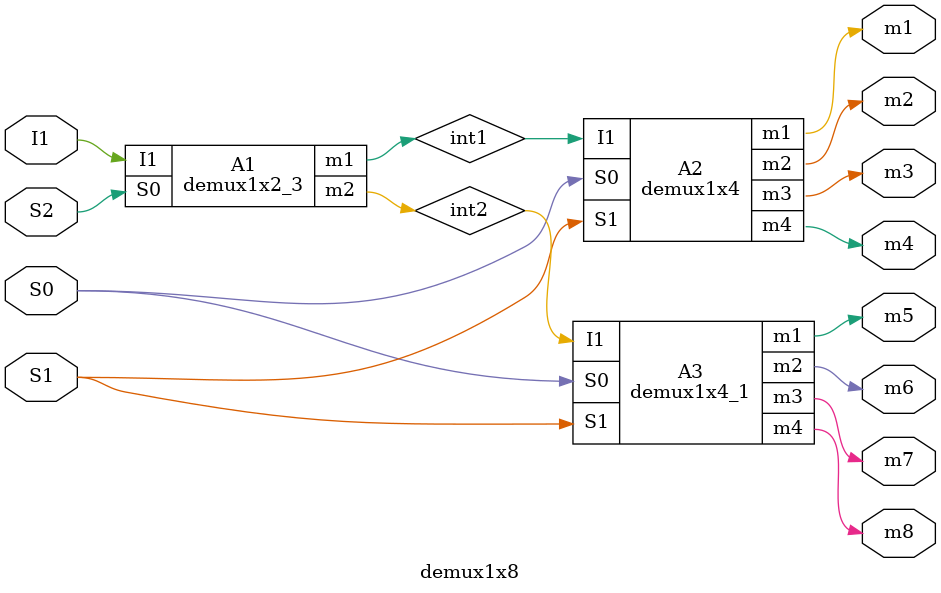
<source format=v>
/*
###############################################################
#  Generated by:      Cadence Innovus 16.21-s078_1
#  OS:                Linux x86_64(Host ID client02)
#  Generated on:      Sat Sep 14 00:53:14 2019
#  Design:            demux1x8
#  Command:           saveNetlist demux1x8-innovus-netlist.v
###############################################################
*/
// Generated by Cadence Genus(TM) Synthesis Solution 16.21-s018_1
// Generated on: Sep 12 2019 02:34:45 IST (Sep 11 2019 21:04:45 UTC)
// Verification Directory fv/demux1x8 
module demux1x2_3 (
	I1, 
	S0, 
	m1, 
	m2);
   input I1;
   input S0;
   output m1;
   output m2;

   NOR2BXL g17 (.AN(I1),
	.B(S0),
	.Y(m1));
   AND2X1 g18 (.A(S0),
	.B(I1),
	.Y(m2));
endmodule

module demux1x2 (
	I1, 
	S0, 
	m1, 
	m2);
   input I1;
   input S0;
   output m1;
   output m2;

   NOR2BXL g17 (.AN(I1),
	.B(S0),
	.Y(m1));
   AND2X1 g18 (.A(S0),
	.B(I1),
	.Y(m2));
endmodule

module demux1x2_1 (
	I1, 
	S0, 
	m1, 
	m2);
   input I1;
   input S0;
   output m1;
   output m2;

   NOR2BXL g17 (.AN(I1),
	.B(S0),
	.Y(m1));
   AND2XL g18 (.A(S0),
	.B(I1),
	.Y(m2));
endmodule

module demux1x2_2 (
	I1, 
	S0, 
	m1, 
	m2);
   input I1;
   input S0;
   output m1;
   output m2;

   NOR2BXL g17 (.AN(I1),
	.B(S0),
	.Y(m1));
   AND2XL g18 (.A(S0),
	.B(I1),
	.Y(m2));
endmodule

module demux1x4 (
	I1, 
	S1, 
	S0, 
	m1, 
	m2, 
	m3, 
	m4);
   input I1;
   input S1;
   input S0;
   output m1;
   output m2;
   output m3;
   output m4;

   // Internal wires
   wire int1;
   wire int2;

   demux1x2 A1 (.I1(I1),
	.S0(S1),
	.m1(int1),
	.m2(int2));
   demux1x2_1 A2 (.I1(int1),
	.S0(S0),
	.m1(m1),
	.m2(m2));
   demux1x2_2 A3 (.I1(int2),
	.S0(S0),
	.m1(m3),
	.m2(m4));
endmodule

module demux1x2_4 (
	I1, 
	S0, 
	m1, 
	m2);
   input I1;
   input S0;
   output m1;
   output m2;

   NOR2BXL g17 (.AN(I1),
	.B(S0),
	.Y(m1));
   AND2X1 g18 (.A(S0),
	.B(I1),
	.Y(m2));
endmodule

module demux1x2_5 (
	I1, 
	S0, 
	m1, 
	m2);
   input I1;
   input S0;
   output m1;
   output m2;

   NOR2BXL g17 (.AN(I1),
	.B(S0),
	.Y(m1));
   AND2XL g18 (.A(S0),
	.B(I1),
	.Y(m2));
endmodule

module demux1x2_6 (
	I1, 
	S0, 
	m1, 
	m2);
   input I1;
   input S0;
   output m1;
   output m2;

   NOR2BXL g17 (.AN(I1),
	.B(S0),
	.Y(m1));
   AND2XL g18 (.A(S0),
	.B(I1),
	.Y(m2));
endmodule

module demux1x4_1 (
	I1, 
	S1, 
	S0, 
	m1, 
	m2, 
	m3, 
	m4);
   input I1;
   input S1;
   input S0;
   output m1;
   output m2;
   output m3;
   output m4;

   // Internal wires
   wire int1;
   wire int2;

   demux1x2_4 A1 (.I1(I1),
	.S0(S1),
	.m1(int1),
	.m2(int2));
   demux1x2_5 A2 (.I1(int1),
	.S0(S0),
	.m1(m1),
	.m2(m2));
   demux1x2_6 A3 (.I1(int2),
	.S0(S0),
	.m1(m3),
	.m2(m4));
endmodule

module demux1x8 (
	I1, 
	S2, 
	S1, 
	S0, 
	m1, 
	m2, 
	m3, 
	m4, 
	m5, 
	m6, 
	m7, 
	m8);
   input I1;
   input S2;
   input S1;
   input S0;
   output m1;
   output m2;
   output m3;
   output m4;
   output m5;
   output m6;
   output m7;
   output m8;

   // Internal wires
   wire int1;
   wire int2;

   demux1x2_3 A1 (.I1(I1),
	.S0(S2),
	.m1(int1),
	.m2(int2));
   demux1x4 A2 (.I1(int1),
	.S1(S1),
	.S0(S0),
	.m1(m1),
	.m2(m2),
	.m3(m3),
	.m4(m4));
   demux1x4_1 A3 (.I1(int2),
	.S1(S1),
	.S0(S0),
	.m1(m5),
	.m2(m6),
	.m3(m7),
	.m4(m8));
endmodule


</source>
